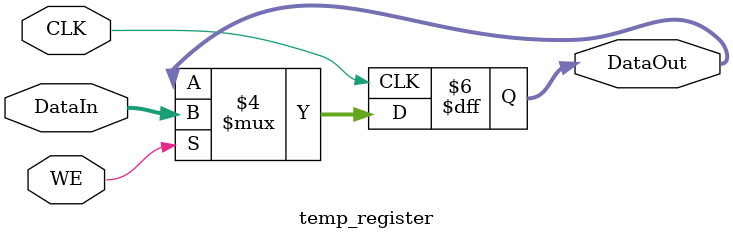
<source format=v>
`timescale 1ns / 1ps
module temp_register(
	input WE,
	input CLK,
	input [31:0]DataIn,
	output reg [31:0]DataOut
	);
	always@(negedge CLK) begin
		if (WE == 1) begin
			DataOut = DataIn;
		end
	end
endmodule
</source>
